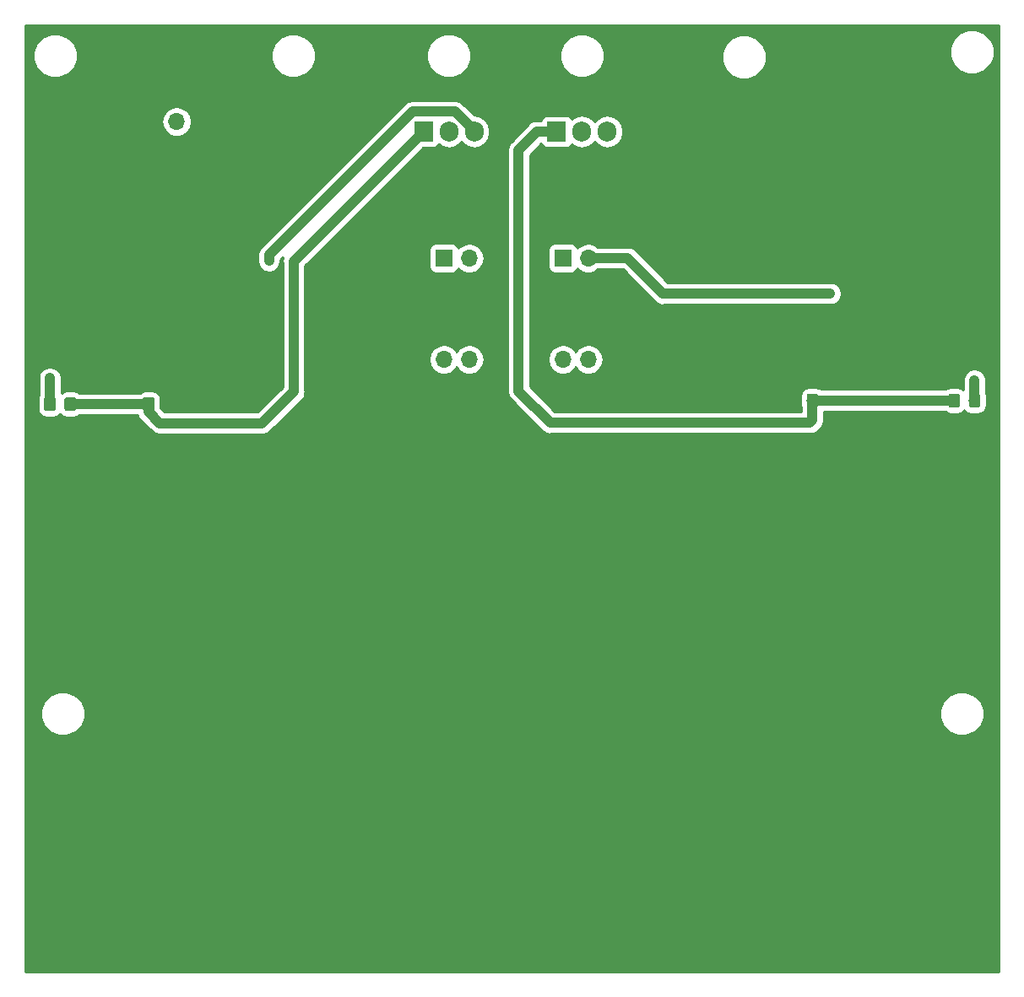
<source format=gbr>
G04 #@! TF.GenerationSoftware,KiCad,Pcbnew,(5.0.0-3-g5ebb6b6)*
G04 #@! TF.CreationDate,2019-01-11T00:48:24+00:00*
G04 #@! TF.ProjectId,AdjustablePSU,41646A75737461626C655053552E6B69,rev?*
G04 #@! TF.SameCoordinates,Original*
G04 #@! TF.FileFunction,Copper,L2,Bot,Signal*
G04 #@! TF.FilePolarity,Positive*
%FSLAX46Y46*%
G04 Gerber Fmt 4.6, Leading zero omitted, Abs format (unit mm)*
G04 Created by KiCad (PCBNEW (5.0.0-3-g5ebb6b6)) date Friday, 11 January 2019 at 00:48:24*
%MOMM*%
%LPD*%
G01*
G04 APERTURE LIST*
G04 #@! TA.AperFunction,ComponentPad*
%ADD10R,1.905000X2.000000*%
G04 #@! TD*
G04 #@! TA.AperFunction,ComponentPad*
%ADD11O,1.905000X2.000000*%
G04 #@! TD*
G04 #@! TA.AperFunction,ComponentPad*
%ADD12R,1.700000X1.700000*%
G04 #@! TD*
G04 #@! TA.AperFunction,ComponentPad*
%ADD13O,1.700000X1.700000*%
G04 #@! TD*
G04 #@! TA.AperFunction,Conductor*
%ADD14C,0.100000*%
G04 #@! TD*
G04 #@! TA.AperFunction,SMDPad,CuDef*
%ADD15C,1.150000*%
G04 #@! TD*
G04 #@! TA.AperFunction,ViaPad*
%ADD16C,0.800000*%
G04 #@! TD*
G04 #@! TA.AperFunction,Conductor*
%ADD17C,1.000000*%
G04 #@! TD*
G04 #@! TA.AperFunction,Conductor*
%ADD18C,0.254000*%
G04 #@! TD*
G04 APERTURE END LIST*
D10*
G04 #@! TO.P,U_POSREG1,1*
G04 #@! TO.N,Net-(R_POSREG1-Pad2)*
X153035000Y-67310000D03*
D11*
G04 #@! TO.P,U_POSREG1,2*
G04 #@! TO.N,/12VDC_POS_REG*
X155575000Y-67310000D03*
G04 #@! TO.P,U_POSREG1,3*
G04 #@! TO.N,/DC_POS_IN*
X158115000Y-67310000D03*
G04 #@! TD*
D12*
G04 #@! TO.P,J_OUT1,1*
G04 #@! TO.N,/12VDC_POS_REG*
X141732000Y-80010000D03*
D13*
G04 #@! TO.P,J_OUT1,2*
X144272000Y-80010000D03*
G04 #@! TO.P,J_OUT1,3*
G04 #@! TO.N,GND*
X141732000Y-82550000D03*
G04 #@! TO.P,J_OUT1,4*
X144272000Y-82550000D03*
G04 #@! TO.P,J_OUT1,5*
X141732000Y-85090000D03*
G04 #@! TO.P,J_OUT1,6*
X144272000Y-85090000D03*
G04 #@! TO.P,J_OUT1,7*
X141732000Y-87630000D03*
G04 #@! TO.P,J_OUT1,8*
X144272000Y-87630000D03*
G04 #@! TO.P,J_OUT1,9*
G04 #@! TO.N,/12VDC_NEG_REG*
X141732000Y-90170000D03*
G04 #@! TO.P,J_OUT1,10*
X144272000Y-90170000D03*
G04 #@! TD*
D11*
G04 #@! TO.P,U_NEGREG1,3*
G04 #@! TO.N,/12VDC_NEG_REG*
X144780000Y-67310000D03*
G04 #@! TO.P,U_NEGREG1,2*
G04 #@! TO.N,/DC_NEG_IN*
X142240000Y-67310000D03*
D10*
G04 #@! TO.P,U_NEGREG1,1*
G04 #@! TO.N,Net-(R_NEGREG1-Pad2)*
X139700000Y-67310000D03*
G04 #@! TD*
D12*
G04 #@! TO.P,J_OUT2,1*
G04 #@! TO.N,/12VDC_POS_REG*
X153670000Y-80010000D03*
D13*
G04 #@! TO.P,J_OUT2,2*
X156210000Y-80010000D03*
G04 #@! TO.P,J_OUT2,3*
G04 #@! TO.N,GND*
X153670000Y-82550000D03*
G04 #@! TO.P,J_OUT2,4*
X156210000Y-82550000D03*
G04 #@! TO.P,J_OUT2,5*
X153670000Y-85090000D03*
G04 #@! TO.P,J_OUT2,6*
X156210000Y-85090000D03*
G04 #@! TO.P,J_OUT2,7*
X153670000Y-87630000D03*
G04 #@! TO.P,J_OUT2,8*
X156210000Y-87630000D03*
G04 #@! TO.P,J_OUT2,9*
G04 #@! TO.N,/12VDC_NEG_REG*
X153670000Y-90170000D03*
G04 #@! TO.P,J_OUT2,10*
X156210000Y-90170000D03*
G04 #@! TD*
D12*
G04 #@! TO.P,J_PWR1,1*
G04 #@! TO.N,GND*
X112395000Y-66294000D03*
D13*
G04 #@! TO.P,J_PWR1,2*
G04 #@! TO.N,/AC_IN*
X114935000Y-66294000D03*
G04 #@! TD*
D14*
G04 #@! TO.N,Net-(R_NEGREG1-Pad2)*
G04 #@! TO.C,R_NEGREG1*
G36*
X104617798Y-93949204D02*
X104642066Y-93952804D01*
X104665865Y-93958765D01*
X104688964Y-93967030D01*
X104711143Y-93977520D01*
X104732186Y-93990132D01*
X104751892Y-94004747D01*
X104770070Y-94021223D01*
X104786546Y-94039401D01*
X104801161Y-94059107D01*
X104813773Y-94080150D01*
X104824263Y-94102329D01*
X104832528Y-94125428D01*
X104838489Y-94149227D01*
X104842089Y-94173495D01*
X104843293Y-94197999D01*
X104843293Y-95098001D01*
X104842089Y-95122505D01*
X104838489Y-95146773D01*
X104832528Y-95170572D01*
X104824263Y-95193671D01*
X104813773Y-95215850D01*
X104801161Y-95236893D01*
X104786546Y-95256599D01*
X104770070Y-95274777D01*
X104751892Y-95291253D01*
X104732186Y-95305868D01*
X104711143Y-95318480D01*
X104688964Y-95328970D01*
X104665865Y-95337235D01*
X104642066Y-95343196D01*
X104617798Y-95346796D01*
X104593294Y-95348000D01*
X103943292Y-95348000D01*
X103918788Y-95346796D01*
X103894520Y-95343196D01*
X103870721Y-95337235D01*
X103847622Y-95328970D01*
X103825443Y-95318480D01*
X103804400Y-95305868D01*
X103784694Y-95291253D01*
X103766516Y-95274777D01*
X103750040Y-95256599D01*
X103735425Y-95236893D01*
X103722813Y-95215850D01*
X103712323Y-95193671D01*
X103704058Y-95170572D01*
X103698097Y-95146773D01*
X103694497Y-95122505D01*
X103693293Y-95098001D01*
X103693293Y-94197999D01*
X103694497Y-94173495D01*
X103698097Y-94149227D01*
X103704058Y-94125428D01*
X103712323Y-94102329D01*
X103722813Y-94080150D01*
X103735425Y-94059107D01*
X103750040Y-94039401D01*
X103766516Y-94021223D01*
X103784694Y-94004747D01*
X103804400Y-93990132D01*
X103825443Y-93977520D01*
X103847622Y-93967030D01*
X103870721Y-93958765D01*
X103894520Y-93952804D01*
X103918788Y-93949204D01*
X103943292Y-93948000D01*
X104593294Y-93948000D01*
X104617798Y-93949204D01*
X104617798Y-93949204D01*
G37*
D15*
G04 #@! TD*
G04 #@! TO.P,R_NEGREG1,2*
G04 #@! TO.N,Net-(R_NEGREG1-Pad2)*
X104268293Y-94648000D03*
D14*
G04 #@! TO.N,/12VDC_NEG_REG*
G04 #@! TO.C,R_NEGREG1*
G36*
X102567798Y-93949204D02*
X102592066Y-93952804D01*
X102615865Y-93958765D01*
X102638964Y-93967030D01*
X102661143Y-93977520D01*
X102682186Y-93990132D01*
X102701892Y-94004747D01*
X102720070Y-94021223D01*
X102736546Y-94039401D01*
X102751161Y-94059107D01*
X102763773Y-94080150D01*
X102774263Y-94102329D01*
X102782528Y-94125428D01*
X102788489Y-94149227D01*
X102792089Y-94173495D01*
X102793293Y-94197999D01*
X102793293Y-95098001D01*
X102792089Y-95122505D01*
X102788489Y-95146773D01*
X102782528Y-95170572D01*
X102774263Y-95193671D01*
X102763773Y-95215850D01*
X102751161Y-95236893D01*
X102736546Y-95256599D01*
X102720070Y-95274777D01*
X102701892Y-95291253D01*
X102682186Y-95305868D01*
X102661143Y-95318480D01*
X102638964Y-95328970D01*
X102615865Y-95337235D01*
X102592066Y-95343196D01*
X102567798Y-95346796D01*
X102543294Y-95348000D01*
X101893292Y-95348000D01*
X101868788Y-95346796D01*
X101844520Y-95343196D01*
X101820721Y-95337235D01*
X101797622Y-95328970D01*
X101775443Y-95318480D01*
X101754400Y-95305868D01*
X101734694Y-95291253D01*
X101716516Y-95274777D01*
X101700040Y-95256599D01*
X101685425Y-95236893D01*
X101672813Y-95215850D01*
X101662323Y-95193671D01*
X101654058Y-95170572D01*
X101648097Y-95146773D01*
X101644497Y-95122505D01*
X101643293Y-95098001D01*
X101643293Y-94197999D01*
X101644497Y-94173495D01*
X101648097Y-94149227D01*
X101654058Y-94125428D01*
X101662323Y-94102329D01*
X101672813Y-94080150D01*
X101685425Y-94059107D01*
X101700040Y-94039401D01*
X101716516Y-94021223D01*
X101734694Y-94004747D01*
X101754400Y-93990132D01*
X101775443Y-93977520D01*
X101797622Y-93967030D01*
X101820721Y-93958765D01*
X101844520Y-93952804D01*
X101868788Y-93949204D01*
X101893292Y-93948000D01*
X102543294Y-93948000D01*
X102567798Y-93949204D01*
X102567798Y-93949204D01*
G37*
D15*
G04 #@! TD*
G04 #@! TO.P,R_NEGREG1,1*
G04 #@! TO.N,/12VDC_NEG_REG*
X102218293Y-94648000D03*
D14*
G04 #@! TO.N,Net-(R_NEGREG1-Pad2)*
G04 #@! TO.C,R_NEGREG2*
G36*
X112473798Y-93949204D02*
X112498066Y-93952804D01*
X112521865Y-93958765D01*
X112544964Y-93967030D01*
X112567143Y-93977520D01*
X112588186Y-93990132D01*
X112607892Y-94004747D01*
X112626070Y-94021223D01*
X112642546Y-94039401D01*
X112657161Y-94059107D01*
X112669773Y-94080150D01*
X112680263Y-94102329D01*
X112688528Y-94125428D01*
X112694489Y-94149227D01*
X112698089Y-94173495D01*
X112699293Y-94197999D01*
X112699293Y-95098001D01*
X112698089Y-95122505D01*
X112694489Y-95146773D01*
X112688528Y-95170572D01*
X112680263Y-95193671D01*
X112669773Y-95215850D01*
X112657161Y-95236893D01*
X112642546Y-95256599D01*
X112626070Y-95274777D01*
X112607892Y-95291253D01*
X112588186Y-95305868D01*
X112567143Y-95318480D01*
X112544964Y-95328970D01*
X112521865Y-95337235D01*
X112498066Y-95343196D01*
X112473798Y-95346796D01*
X112449294Y-95348000D01*
X111799292Y-95348000D01*
X111774788Y-95346796D01*
X111750520Y-95343196D01*
X111726721Y-95337235D01*
X111703622Y-95328970D01*
X111681443Y-95318480D01*
X111660400Y-95305868D01*
X111640694Y-95291253D01*
X111622516Y-95274777D01*
X111606040Y-95256599D01*
X111591425Y-95236893D01*
X111578813Y-95215850D01*
X111568323Y-95193671D01*
X111560058Y-95170572D01*
X111554097Y-95146773D01*
X111550497Y-95122505D01*
X111549293Y-95098001D01*
X111549293Y-94197999D01*
X111550497Y-94173495D01*
X111554097Y-94149227D01*
X111560058Y-94125428D01*
X111568323Y-94102329D01*
X111578813Y-94080150D01*
X111591425Y-94059107D01*
X111606040Y-94039401D01*
X111622516Y-94021223D01*
X111640694Y-94004747D01*
X111660400Y-93990132D01*
X111681443Y-93977520D01*
X111703622Y-93967030D01*
X111726721Y-93958765D01*
X111750520Y-93952804D01*
X111774788Y-93949204D01*
X111799292Y-93948000D01*
X112449294Y-93948000D01*
X112473798Y-93949204D01*
X112473798Y-93949204D01*
G37*
D15*
G04 #@! TD*
G04 #@! TO.P,R_NEGREG2,1*
G04 #@! TO.N,Net-(R_NEGREG1-Pad2)*
X112124293Y-94648000D03*
D14*
G04 #@! TO.N,GND*
G04 #@! TO.C,R_NEGREG2*
G36*
X114523798Y-93949204D02*
X114548066Y-93952804D01*
X114571865Y-93958765D01*
X114594964Y-93967030D01*
X114617143Y-93977520D01*
X114638186Y-93990132D01*
X114657892Y-94004747D01*
X114676070Y-94021223D01*
X114692546Y-94039401D01*
X114707161Y-94059107D01*
X114719773Y-94080150D01*
X114730263Y-94102329D01*
X114738528Y-94125428D01*
X114744489Y-94149227D01*
X114748089Y-94173495D01*
X114749293Y-94197999D01*
X114749293Y-95098001D01*
X114748089Y-95122505D01*
X114744489Y-95146773D01*
X114738528Y-95170572D01*
X114730263Y-95193671D01*
X114719773Y-95215850D01*
X114707161Y-95236893D01*
X114692546Y-95256599D01*
X114676070Y-95274777D01*
X114657892Y-95291253D01*
X114638186Y-95305868D01*
X114617143Y-95318480D01*
X114594964Y-95328970D01*
X114571865Y-95337235D01*
X114548066Y-95343196D01*
X114523798Y-95346796D01*
X114499294Y-95348000D01*
X113849292Y-95348000D01*
X113824788Y-95346796D01*
X113800520Y-95343196D01*
X113776721Y-95337235D01*
X113753622Y-95328970D01*
X113731443Y-95318480D01*
X113710400Y-95305868D01*
X113690694Y-95291253D01*
X113672516Y-95274777D01*
X113656040Y-95256599D01*
X113641425Y-95236893D01*
X113628813Y-95215850D01*
X113618323Y-95193671D01*
X113610058Y-95170572D01*
X113604097Y-95146773D01*
X113600497Y-95122505D01*
X113599293Y-95098001D01*
X113599293Y-94197999D01*
X113600497Y-94173495D01*
X113604097Y-94149227D01*
X113610058Y-94125428D01*
X113618323Y-94102329D01*
X113628813Y-94080150D01*
X113641425Y-94059107D01*
X113656040Y-94039401D01*
X113672516Y-94021223D01*
X113690694Y-94004747D01*
X113710400Y-93990132D01*
X113731443Y-93977520D01*
X113753622Y-93967030D01*
X113776721Y-93958765D01*
X113800520Y-93952804D01*
X113824788Y-93949204D01*
X113849292Y-93948000D01*
X114499294Y-93948000D01*
X114523798Y-93949204D01*
X114523798Y-93949204D01*
G37*
D15*
G04 #@! TD*
G04 #@! TO.P,R_NEGREG2,2*
G04 #@! TO.N,GND*
X114174293Y-94648000D03*
D14*
G04 #@! TO.N,Net-(R_POSREG1-Pad2)*
G04 #@! TO.C,R_POSREG1*
G36*
X193253505Y-93599714D02*
X193277773Y-93603314D01*
X193301572Y-93609275D01*
X193324671Y-93617540D01*
X193346850Y-93628030D01*
X193367893Y-93640642D01*
X193387599Y-93655257D01*
X193405777Y-93671733D01*
X193422253Y-93689911D01*
X193436868Y-93709617D01*
X193449480Y-93730660D01*
X193459970Y-93752839D01*
X193468235Y-93775938D01*
X193474196Y-93799737D01*
X193477796Y-93824005D01*
X193479000Y-93848509D01*
X193479000Y-94748511D01*
X193477796Y-94773015D01*
X193474196Y-94797283D01*
X193468235Y-94821082D01*
X193459970Y-94844181D01*
X193449480Y-94866360D01*
X193436868Y-94887403D01*
X193422253Y-94907109D01*
X193405777Y-94925287D01*
X193387599Y-94941763D01*
X193367893Y-94956378D01*
X193346850Y-94968990D01*
X193324671Y-94979480D01*
X193301572Y-94987745D01*
X193277773Y-94993706D01*
X193253505Y-94997306D01*
X193229001Y-94998510D01*
X192578999Y-94998510D01*
X192554495Y-94997306D01*
X192530227Y-94993706D01*
X192506428Y-94987745D01*
X192483329Y-94979480D01*
X192461150Y-94968990D01*
X192440107Y-94956378D01*
X192420401Y-94941763D01*
X192402223Y-94925287D01*
X192385747Y-94907109D01*
X192371132Y-94887403D01*
X192358520Y-94866360D01*
X192348030Y-94844181D01*
X192339765Y-94821082D01*
X192333804Y-94797283D01*
X192330204Y-94773015D01*
X192329000Y-94748511D01*
X192329000Y-93848509D01*
X192330204Y-93824005D01*
X192333804Y-93799737D01*
X192339765Y-93775938D01*
X192348030Y-93752839D01*
X192358520Y-93730660D01*
X192371132Y-93709617D01*
X192385747Y-93689911D01*
X192402223Y-93671733D01*
X192420401Y-93655257D01*
X192440107Y-93640642D01*
X192461150Y-93628030D01*
X192483329Y-93617540D01*
X192506428Y-93609275D01*
X192530227Y-93603314D01*
X192554495Y-93599714D01*
X192578999Y-93598510D01*
X193229001Y-93598510D01*
X193253505Y-93599714D01*
X193253505Y-93599714D01*
G37*
D15*
G04 #@! TD*
G04 #@! TO.P,R_POSREG1,2*
G04 #@! TO.N,Net-(R_POSREG1-Pad2)*
X192904000Y-94298510D03*
D14*
G04 #@! TO.N,/12VDC_POS_REG*
G04 #@! TO.C,R_POSREG1*
G36*
X195303505Y-93599714D02*
X195327773Y-93603314D01*
X195351572Y-93609275D01*
X195374671Y-93617540D01*
X195396850Y-93628030D01*
X195417893Y-93640642D01*
X195437599Y-93655257D01*
X195455777Y-93671733D01*
X195472253Y-93689911D01*
X195486868Y-93709617D01*
X195499480Y-93730660D01*
X195509970Y-93752839D01*
X195518235Y-93775938D01*
X195524196Y-93799737D01*
X195527796Y-93824005D01*
X195529000Y-93848509D01*
X195529000Y-94748511D01*
X195527796Y-94773015D01*
X195524196Y-94797283D01*
X195518235Y-94821082D01*
X195509970Y-94844181D01*
X195499480Y-94866360D01*
X195486868Y-94887403D01*
X195472253Y-94907109D01*
X195455777Y-94925287D01*
X195437599Y-94941763D01*
X195417893Y-94956378D01*
X195396850Y-94968990D01*
X195374671Y-94979480D01*
X195351572Y-94987745D01*
X195327773Y-94993706D01*
X195303505Y-94997306D01*
X195279001Y-94998510D01*
X194628999Y-94998510D01*
X194604495Y-94997306D01*
X194580227Y-94993706D01*
X194556428Y-94987745D01*
X194533329Y-94979480D01*
X194511150Y-94968990D01*
X194490107Y-94956378D01*
X194470401Y-94941763D01*
X194452223Y-94925287D01*
X194435747Y-94907109D01*
X194421132Y-94887403D01*
X194408520Y-94866360D01*
X194398030Y-94844181D01*
X194389765Y-94821082D01*
X194383804Y-94797283D01*
X194380204Y-94773015D01*
X194379000Y-94748511D01*
X194379000Y-93848509D01*
X194380204Y-93824005D01*
X194383804Y-93799737D01*
X194389765Y-93775938D01*
X194398030Y-93752839D01*
X194408520Y-93730660D01*
X194421132Y-93709617D01*
X194435747Y-93689911D01*
X194452223Y-93671733D01*
X194470401Y-93655257D01*
X194490107Y-93640642D01*
X194511150Y-93628030D01*
X194533329Y-93617540D01*
X194556428Y-93609275D01*
X194580227Y-93603314D01*
X194604495Y-93599714D01*
X194628999Y-93598510D01*
X195279001Y-93598510D01*
X195303505Y-93599714D01*
X195303505Y-93599714D01*
G37*
D15*
G04 #@! TD*
G04 #@! TO.P,R_POSREG1,1*
G04 #@! TO.N,/12VDC_POS_REG*
X194954000Y-94298510D03*
D14*
G04 #@! TO.N,Net-(R_POSREG1-Pad2)*
G04 #@! TO.C,R_POSREG2*
G36*
X179047505Y-93599714D02*
X179071773Y-93603314D01*
X179095572Y-93609275D01*
X179118671Y-93617540D01*
X179140850Y-93628030D01*
X179161893Y-93640642D01*
X179181599Y-93655257D01*
X179199777Y-93671733D01*
X179216253Y-93689911D01*
X179230868Y-93709617D01*
X179243480Y-93730660D01*
X179253970Y-93752839D01*
X179262235Y-93775938D01*
X179268196Y-93799737D01*
X179271796Y-93824005D01*
X179273000Y-93848509D01*
X179273000Y-94748511D01*
X179271796Y-94773015D01*
X179268196Y-94797283D01*
X179262235Y-94821082D01*
X179253970Y-94844181D01*
X179243480Y-94866360D01*
X179230868Y-94887403D01*
X179216253Y-94907109D01*
X179199777Y-94925287D01*
X179181599Y-94941763D01*
X179161893Y-94956378D01*
X179140850Y-94968990D01*
X179118671Y-94979480D01*
X179095572Y-94987745D01*
X179071773Y-94993706D01*
X179047505Y-94997306D01*
X179023001Y-94998510D01*
X178372999Y-94998510D01*
X178348495Y-94997306D01*
X178324227Y-94993706D01*
X178300428Y-94987745D01*
X178277329Y-94979480D01*
X178255150Y-94968990D01*
X178234107Y-94956378D01*
X178214401Y-94941763D01*
X178196223Y-94925287D01*
X178179747Y-94907109D01*
X178165132Y-94887403D01*
X178152520Y-94866360D01*
X178142030Y-94844181D01*
X178133765Y-94821082D01*
X178127804Y-94797283D01*
X178124204Y-94773015D01*
X178123000Y-94748511D01*
X178123000Y-93848509D01*
X178124204Y-93824005D01*
X178127804Y-93799737D01*
X178133765Y-93775938D01*
X178142030Y-93752839D01*
X178152520Y-93730660D01*
X178165132Y-93709617D01*
X178179747Y-93689911D01*
X178196223Y-93671733D01*
X178214401Y-93655257D01*
X178234107Y-93640642D01*
X178255150Y-93628030D01*
X178277329Y-93617540D01*
X178300428Y-93609275D01*
X178324227Y-93603314D01*
X178348495Y-93599714D01*
X178372999Y-93598510D01*
X179023001Y-93598510D01*
X179047505Y-93599714D01*
X179047505Y-93599714D01*
G37*
D15*
G04 #@! TD*
G04 #@! TO.P,R_POSREG2,1*
G04 #@! TO.N,Net-(R_POSREG1-Pad2)*
X178698000Y-94298510D03*
D14*
G04 #@! TO.N,GND*
G04 #@! TO.C,R_POSREG2*
G36*
X176997505Y-93599714D02*
X177021773Y-93603314D01*
X177045572Y-93609275D01*
X177068671Y-93617540D01*
X177090850Y-93628030D01*
X177111893Y-93640642D01*
X177131599Y-93655257D01*
X177149777Y-93671733D01*
X177166253Y-93689911D01*
X177180868Y-93709617D01*
X177193480Y-93730660D01*
X177203970Y-93752839D01*
X177212235Y-93775938D01*
X177218196Y-93799737D01*
X177221796Y-93824005D01*
X177223000Y-93848509D01*
X177223000Y-94748511D01*
X177221796Y-94773015D01*
X177218196Y-94797283D01*
X177212235Y-94821082D01*
X177203970Y-94844181D01*
X177193480Y-94866360D01*
X177180868Y-94887403D01*
X177166253Y-94907109D01*
X177149777Y-94925287D01*
X177131599Y-94941763D01*
X177111893Y-94956378D01*
X177090850Y-94968990D01*
X177068671Y-94979480D01*
X177045572Y-94987745D01*
X177021773Y-94993706D01*
X176997505Y-94997306D01*
X176973001Y-94998510D01*
X176322999Y-94998510D01*
X176298495Y-94997306D01*
X176274227Y-94993706D01*
X176250428Y-94987745D01*
X176227329Y-94979480D01*
X176205150Y-94968990D01*
X176184107Y-94956378D01*
X176164401Y-94941763D01*
X176146223Y-94925287D01*
X176129747Y-94907109D01*
X176115132Y-94887403D01*
X176102520Y-94866360D01*
X176092030Y-94844181D01*
X176083765Y-94821082D01*
X176077804Y-94797283D01*
X176074204Y-94773015D01*
X176073000Y-94748511D01*
X176073000Y-93848509D01*
X176074204Y-93824005D01*
X176077804Y-93799737D01*
X176083765Y-93775938D01*
X176092030Y-93752839D01*
X176102520Y-93730660D01*
X176115132Y-93709617D01*
X176129747Y-93689911D01*
X176146223Y-93671733D01*
X176164401Y-93655257D01*
X176184107Y-93640642D01*
X176205150Y-93628030D01*
X176227329Y-93617540D01*
X176250428Y-93609275D01*
X176274227Y-93603314D01*
X176298495Y-93599714D01*
X176322999Y-93598510D01*
X176973001Y-93598510D01*
X176997505Y-93599714D01*
X176997505Y-93599714D01*
G37*
D15*
G04 #@! TD*
G04 #@! TO.P,R_POSREG2,2*
G04 #@! TO.N,GND*
X176648000Y-94298510D03*
D16*
G04 #@! TO.N,GND*
X117856000Y-88773000D03*
X191135000Y-71501000D03*
X183007000Y-71755000D03*
X179324000Y-88963500D03*
X105410000Y-71882000D03*
X115570000Y-98086000D03*
X137795000Y-98086000D03*
X108839000Y-146431000D03*
X131464000Y-146704000D03*
X160020000Y-98086000D03*
X181610000Y-98086000D03*
X188068000Y-146704000D03*
X167113000Y-146704000D03*
G04 #@! TO.N,/12VDC_NEG_REG*
X102226000Y-92066000D03*
X124205998Y-80264000D03*
G04 #@! TO.N,/12VDC_POS_REG*
X194945000Y-92265500D03*
X180467000Y-83565998D03*
G04 #@! TD*
D17*
G04 #@! TO.N,/12VDC_NEG_REG*
X102226000Y-94640293D02*
X102218293Y-94648000D01*
X102226000Y-92066000D02*
X102226000Y-94640293D01*
X144780000Y-67262500D02*
X142827500Y-65310000D01*
X144780000Y-67310000D02*
X144780000Y-67262500D01*
X142827500Y-65310000D02*
X138594313Y-65310000D01*
X138594313Y-65310000D02*
X124205998Y-79698315D01*
X124205998Y-79698315D02*
X124205998Y-80264000D01*
G04 #@! TO.N,/12VDC_POS_REG*
X194945000Y-94289510D02*
X194954000Y-94298510D01*
X194945000Y-92265500D02*
X194945000Y-94289510D01*
X179901315Y-83565998D02*
X180467000Y-83565998D01*
X163702998Y-83565998D02*
X179901315Y-83565998D01*
X160147000Y-80010000D02*
X163702998Y-83565998D01*
X156210000Y-80010000D02*
X160147000Y-80010000D01*
G04 #@! TO.N,Net-(R_NEGREG1-Pad2)*
X123507500Y-96583500D02*
X126682500Y-93408500D01*
X126682500Y-80327500D02*
X139700000Y-67310000D01*
X126682500Y-93408500D02*
X126682500Y-80327500D01*
X113259793Y-96583500D02*
X123507500Y-96583500D01*
X112124293Y-95448000D02*
X113259793Y-96583500D01*
X112124293Y-94648000D02*
X112124293Y-95448000D01*
X104173000Y-94648000D02*
X112124293Y-94648000D01*
X104140000Y-94615000D02*
X104173000Y-94648000D01*
G04 #@! TO.N,Net-(R_POSREG1-Pad2)*
X178698000Y-94298510D02*
X192904000Y-94298510D01*
X178435000Y-96520000D02*
X178698000Y-96257000D01*
X153035000Y-67310000D02*
X151082500Y-67310000D01*
X151082500Y-67310000D02*
X149225000Y-69167500D01*
X152400000Y-96520000D02*
X178435000Y-96520000D01*
X149225000Y-93345000D02*
X152400000Y-96520000D01*
X178698000Y-96257000D02*
X178698000Y-94298510D01*
X149225000Y-69167500D02*
X149225000Y-93345000D01*
G04 #@! TD*
D18*
G04 #@! TO.N,GND*
G36*
X197385001Y-151665000D02*
X99795000Y-151665000D01*
X99795000Y-125285431D01*
X101270000Y-125285431D01*
X101270000Y-126174569D01*
X101610259Y-126996026D01*
X102238974Y-127624741D01*
X103060431Y-127965000D01*
X103949569Y-127965000D01*
X104771026Y-127624741D01*
X105399741Y-126996026D01*
X105740000Y-126174569D01*
X105740000Y-125285431D01*
X191440000Y-125285431D01*
X191440000Y-126174569D01*
X191780259Y-126996026D01*
X192408974Y-127624741D01*
X193230431Y-127965000D01*
X194119569Y-127965000D01*
X194941026Y-127624741D01*
X195569741Y-126996026D01*
X195910000Y-126174569D01*
X195910000Y-125285431D01*
X195569741Y-124463974D01*
X194941026Y-123835259D01*
X194119569Y-123495000D01*
X193230431Y-123495000D01*
X192408974Y-123835259D01*
X191780259Y-124463974D01*
X191440000Y-125285431D01*
X105740000Y-125285431D01*
X105399741Y-124463974D01*
X104771026Y-123835259D01*
X103949569Y-123495000D01*
X103060431Y-123495000D01*
X102238974Y-123835259D01*
X101610259Y-124463974D01*
X101270000Y-125285431D01*
X99795000Y-125285431D01*
X99795000Y-94197999D01*
X100995853Y-94197999D01*
X100995853Y-95098001D01*
X101064166Y-95441436D01*
X101258707Y-95732586D01*
X101549857Y-95927127D01*
X101893292Y-95995440D01*
X102543294Y-95995440D01*
X102886729Y-95927127D01*
X103177879Y-95732586D01*
X103243293Y-95634687D01*
X103308707Y-95732586D01*
X103599857Y-95927127D01*
X103943292Y-95995440D01*
X104593294Y-95995440D01*
X104936729Y-95927127D01*
X105152429Y-95783000D01*
X111033693Y-95783000D01*
X111055147Y-95890855D01*
X111306005Y-96266289D01*
X111400772Y-96329610D01*
X112378184Y-97307023D01*
X112441504Y-97401789D01*
X112536268Y-97465108D01*
X112536269Y-97465109D01*
X112816938Y-97652646D01*
X113259793Y-97740735D01*
X113371576Y-97718500D01*
X123395717Y-97718500D01*
X123507500Y-97740735D01*
X123619283Y-97718500D01*
X123950355Y-97652646D01*
X124325789Y-97401789D01*
X124389113Y-97307018D01*
X127406021Y-94290110D01*
X127500789Y-94226789D01*
X127751646Y-93851355D01*
X127806619Y-93574987D01*
X127839735Y-93408501D01*
X127817500Y-93296718D01*
X127817500Y-90170000D01*
X140217908Y-90170000D01*
X140333161Y-90749418D01*
X140661375Y-91240625D01*
X141152582Y-91568839D01*
X141585744Y-91655000D01*
X141878256Y-91655000D01*
X142311418Y-91568839D01*
X142802625Y-91240625D01*
X143002000Y-90942239D01*
X143201375Y-91240625D01*
X143692582Y-91568839D01*
X144125744Y-91655000D01*
X144418256Y-91655000D01*
X144851418Y-91568839D01*
X145342625Y-91240625D01*
X145670839Y-90749418D01*
X145786092Y-90170000D01*
X145670839Y-89590582D01*
X145342625Y-89099375D01*
X144851418Y-88771161D01*
X144418256Y-88685000D01*
X144125744Y-88685000D01*
X143692582Y-88771161D01*
X143201375Y-89099375D01*
X143002000Y-89397761D01*
X142802625Y-89099375D01*
X142311418Y-88771161D01*
X141878256Y-88685000D01*
X141585744Y-88685000D01*
X141152582Y-88771161D01*
X140661375Y-89099375D01*
X140333161Y-89590582D01*
X140217908Y-90170000D01*
X127817500Y-90170000D01*
X127817500Y-80797631D01*
X129455131Y-79160000D01*
X140234560Y-79160000D01*
X140234560Y-80860000D01*
X140283843Y-81107765D01*
X140424191Y-81317809D01*
X140634235Y-81458157D01*
X140882000Y-81507440D01*
X142582000Y-81507440D01*
X142829765Y-81458157D01*
X143039809Y-81317809D01*
X143180157Y-81107765D01*
X143189184Y-81062381D01*
X143201375Y-81080625D01*
X143692582Y-81408839D01*
X144125744Y-81495000D01*
X144418256Y-81495000D01*
X144851418Y-81408839D01*
X145342625Y-81080625D01*
X145670839Y-80589418D01*
X145786092Y-80010000D01*
X145670839Y-79430582D01*
X145342625Y-78939375D01*
X144851418Y-78611161D01*
X144418256Y-78525000D01*
X144125744Y-78525000D01*
X143692582Y-78611161D01*
X143201375Y-78939375D01*
X143189184Y-78957619D01*
X143180157Y-78912235D01*
X143039809Y-78702191D01*
X142829765Y-78561843D01*
X142582000Y-78512560D01*
X140882000Y-78512560D01*
X140634235Y-78561843D01*
X140424191Y-78702191D01*
X140283843Y-78912235D01*
X140234560Y-79160000D01*
X129455131Y-79160000D01*
X139447631Y-69167500D01*
X148067765Y-69167500D01*
X148090000Y-69279283D01*
X148090001Y-93233212D01*
X148067765Y-93345000D01*
X148155854Y-93787854D01*
X148201158Y-93855656D01*
X148406712Y-94163289D01*
X148501480Y-94226611D01*
X151518389Y-97243521D01*
X151581711Y-97338289D01*
X151771511Y-97465109D01*
X151957145Y-97589146D01*
X152399999Y-97677235D01*
X152511782Y-97655000D01*
X178323217Y-97655000D01*
X178435000Y-97677235D01*
X178546783Y-97655000D01*
X178877855Y-97589146D01*
X179253289Y-97338289D01*
X179316613Y-97243518D01*
X179421519Y-97138612D01*
X179516289Y-97075289D01*
X179767146Y-96699855D01*
X179833000Y-96368783D01*
X179833000Y-96368782D01*
X179855235Y-96257001D01*
X179833000Y-96145218D01*
X179833000Y-95433510D01*
X192019864Y-95433510D01*
X192235564Y-95577637D01*
X192578999Y-95645950D01*
X193229001Y-95645950D01*
X193572436Y-95577637D01*
X193863586Y-95383096D01*
X193929000Y-95285197D01*
X193994414Y-95383096D01*
X194285564Y-95577637D01*
X194628999Y-95645950D01*
X195279001Y-95645950D01*
X195622436Y-95577637D01*
X195913586Y-95383096D01*
X196108127Y-95091946D01*
X196176440Y-94748511D01*
X196176440Y-93848509D01*
X196108127Y-93505074D01*
X196080000Y-93462979D01*
X196080000Y-92153717D01*
X196014146Y-91822645D01*
X195763289Y-91447211D01*
X195387854Y-91196354D01*
X194945000Y-91108265D01*
X194502145Y-91196354D01*
X194126711Y-91447211D01*
X193875854Y-91822646D01*
X193810000Y-92153718D01*
X193810000Y-93178119D01*
X193572436Y-93019383D01*
X193229001Y-92951070D01*
X192578999Y-92951070D01*
X192235564Y-93019383D01*
X192019864Y-93163510D01*
X179582136Y-93163510D01*
X179366436Y-93019383D01*
X179023001Y-92951070D01*
X178372999Y-92951070D01*
X178029564Y-93019383D01*
X177738414Y-93213924D01*
X177543873Y-93505074D01*
X177475560Y-93848509D01*
X177475560Y-94748511D01*
X177543873Y-95091946D01*
X177563001Y-95120572D01*
X177563000Y-95385000D01*
X152870132Y-95385000D01*
X150360000Y-92874869D01*
X150360000Y-90170000D01*
X152155908Y-90170000D01*
X152271161Y-90749418D01*
X152599375Y-91240625D01*
X153090582Y-91568839D01*
X153523744Y-91655000D01*
X153816256Y-91655000D01*
X154249418Y-91568839D01*
X154740625Y-91240625D01*
X154940000Y-90942239D01*
X155139375Y-91240625D01*
X155630582Y-91568839D01*
X156063744Y-91655000D01*
X156356256Y-91655000D01*
X156789418Y-91568839D01*
X157280625Y-91240625D01*
X157608839Y-90749418D01*
X157724092Y-90170000D01*
X157608839Y-89590582D01*
X157280625Y-89099375D01*
X156789418Y-88771161D01*
X156356256Y-88685000D01*
X156063744Y-88685000D01*
X155630582Y-88771161D01*
X155139375Y-89099375D01*
X154940000Y-89397761D01*
X154740625Y-89099375D01*
X154249418Y-88771161D01*
X153816256Y-88685000D01*
X153523744Y-88685000D01*
X153090582Y-88771161D01*
X152599375Y-89099375D01*
X152271161Y-89590582D01*
X152155908Y-90170000D01*
X150360000Y-90170000D01*
X150360000Y-79160000D01*
X152172560Y-79160000D01*
X152172560Y-80860000D01*
X152221843Y-81107765D01*
X152362191Y-81317809D01*
X152572235Y-81458157D01*
X152820000Y-81507440D01*
X154520000Y-81507440D01*
X154767765Y-81458157D01*
X154977809Y-81317809D01*
X155118157Y-81107765D01*
X155127184Y-81062381D01*
X155139375Y-81080625D01*
X155630582Y-81408839D01*
X156063744Y-81495000D01*
X156356256Y-81495000D01*
X156789418Y-81408839D01*
X157184281Y-81145000D01*
X159676869Y-81145000D01*
X162821387Y-84289519D01*
X162884709Y-84384287D01*
X163209040Y-84600998D01*
X163260143Y-84635144D01*
X163702998Y-84723233D01*
X163814781Y-84700998D01*
X180578783Y-84700998D01*
X180909855Y-84635144D01*
X181285289Y-84384287D01*
X181536146Y-84008853D01*
X181624235Y-83565998D01*
X181536146Y-83123143D01*
X181285289Y-82747709D01*
X180909855Y-82496852D01*
X180578783Y-82430998D01*
X164173130Y-82430998D01*
X161028613Y-79286482D01*
X160965289Y-79191711D01*
X160589855Y-78940854D01*
X160258783Y-78875000D01*
X160147000Y-78852765D01*
X160035217Y-78875000D01*
X157184281Y-78875000D01*
X156789418Y-78611161D01*
X156356256Y-78525000D01*
X156063744Y-78525000D01*
X155630582Y-78611161D01*
X155139375Y-78939375D01*
X155127184Y-78957619D01*
X155118157Y-78912235D01*
X154977809Y-78702191D01*
X154767765Y-78561843D01*
X154520000Y-78512560D01*
X152820000Y-78512560D01*
X152572235Y-78561843D01*
X152362191Y-78702191D01*
X152221843Y-78912235D01*
X152172560Y-79160000D01*
X150360000Y-79160000D01*
X150360000Y-69637631D01*
X151476964Y-68520668D01*
X151484343Y-68557765D01*
X151624691Y-68767809D01*
X151834735Y-68908157D01*
X152082500Y-68957440D01*
X153987500Y-68957440D01*
X154235265Y-68908157D01*
X154445309Y-68767809D01*
X154563509Y-68590912D01*
X154955590Y-68852891D01*
X155575000Y-68976100D01*
X156194411Y-68852891D01*
X156719523Y-68502023D01*
X156845000Y-68314233D01*
X156970477Y-68502023D01*
X157495590Y-68852891D01*
X158115000Y-68976100D01*
X158734411Y-68852891D01*
X159259523Y-68502023D01*
X159610391Y-67976910D01*
X159702500Y-67513849D01*
X159702500Y-67106150D01*
X159610391Y-66643089D01*
X159259523Y-66117977D01*
X158734410Y-65767109D01*
X158115000Y-65643900D01*
X157495589Y-65767109D01*
X156970477Y-66117977D01*
X156845000Y-66305767D01*
X156719523Y-66117977D01*
X156194410Y-65767109D01*
X155575000Y-65643900D01*
X154955589Y-65767109D01*
X154563509Y-66029088D01*
X154445309Y-65852191D01*
X154235265Y-65711843D01*
X153987500Y-65662560D01*
X152082500Y-65662560D01*
X151834735Y-65711843D01*
X151624691Y-65852191D01*
X151484343Y-66062235D01*
X151461913Y-66175000D01*
X151194283Y-66175000D01*
X151082500Y-66152765D01*
X150970717Y-66175000D01*
X150639645Y-66240854D01*
X150264211Y-66491711D01*
X150200889Y-66586479D01*
X148501482Y-68285887D01*
X148406711Y-68349211D01*
X148155855Y-68724645D01*
X148155854Y-68724646D01*
X148067765Y-69167500D01*
X139447631Y-69167500D01*
X139657692Y-68957440D01*
X140652500Y-68957440D01*
X140900265Y-68908157D01*
X141110309Y-68767809D01*
X141228509Y-68590912D01*
X141620590Y-68852891D01*
X142240000Y-68976100D01*
X142859411Y-68852891D01*
X143384523Y-68502023D01*
X143510000Y-68314233D01*
X143635477Y-68502023D01*
X144160590Y-68852891D01*
X144780000Y-68976100D01*
X145399411Y-68852891D01*
X145924523Y-68502023D01*
X146275391Y-67976910D01*
X146367500Y-67513849D01*
X146367500Y-67106150D01*
X146275391Y-66643089D01*
X145924523Y-66117977D01*
X145399410Y-65767109D01*
X144780000Y-65643900D01*
X144768766Y-65646135D01*
X143709113Y-64586482D01*
X143645789Y-64491711D01*
X143270355Y-64240854D01*
X142939283Y-64175000D01*
X142827500Y-64152765D01*
X142715717Y-64175000D01*
X138706095Y-64175000D01*
X138594312Y-64152765D01*
X138151458Y-64240854D01*
X137776024Y-64491711D01*
X137712702Y-64586479D01*
X123482480Y-78816702D01*
X123387709Y-78880026D01*
X123179448Y-79191712D01*
X123136852Y-79255461D01*
X123048763Y-79698315D01*
X123070998Y-79810098D01*
X123070998Y-80375783D01*
X123136852Y-80706855D01*
X123387710Y-81082289D01*
X123763144Y-81333146D01*
X124205998Y-81421235D01*
X124648853Y-81333146D01*
X125024287Y-81082289D01*
X125275144Y-80706854D01*
X125340998Y-80375782D01*
X125340998Y-80168446D01*
X125610512Y-79898932D01*
X125525265Y-80327500D01*
X125547501Y-80439288D01*
X125547500Y-92938368D01*
X123037369Y-95448500D01*
X113729925Y-95448500D01*
X113346733Y-95065308D01*
X113346733Y-94197999D01*
X113278420Y-93854564D01*
X113083879Y-93563414D01*
X112792729Y-93368873D01*
X112449294Y-93300560D01*
X111799292Y-93300560D01*
X111455857Y-93368873D01*
X111240157Y-93513000D01*
X105152429Y-93513000D01*
X104936729Y-93368873D01*
X104593294Y-93300560D01*
X103943292Y-93300560D01*
X103599857Y-93368873D01*
X103361000Y-93528473D01*
X103361000Y-91954217D01*
X103295146Y-91623145D01*
X103044289Y-91247711D01*
X102668854Y-90996854D01*
X102226000Y-90908765D01*
X101783145Y-90996854D01*
X101407711Y-91247711D01*
X101156854Y-91623146D01*
X101091000Y-91954218D01*
X101091001Y-93814403D01*
X101064166Y-93854564D01*
X100995853Y-94197999D01*
X99795000Y-94197999D01*
X99795000Y-66294000D01*
X113420908Y-66294000D01*
X113536161Y-66873418D01*
X113864375Y-67364625D01*
X114355582Y-67692839D01*
X114788744Y-67779000D01*
X115081256Y-67779000D01*
X115514418Y-67692839D01*
X116005625Y-67364625D01*
X116333839Y-66873418D01*
X116449092Y-66294000D01*
X116333839Y-65714582D01*
X116005625Y-65223375D01*
X115514418Y-64895161D01*
X115081256Y-64809000D01*
X114788744Y-64809000D01*
X114355582Y-64895161D01*
X113864375Y-65223375D01*
X113536161Y-65714582D01*
X113420908Y-66294000D01*
X99795000Y-66294000D01*
X99795000Y-59245431D01*
X100508000Y-59245431D01*
X100508000Y-60134569D01*
X100848259Y-60956026D01*
X101476974Y-61584741D01*
X102298431Y-61925000D01*
X103187569Y-61925000D01*
X104009026Y-61584741D01*
X104637741Y-60956026D01*
X104978000Y-60134569D01*
X104978000Y-59245431D01*
X124384000Y-59245431D01*
X124384000Y-60134569D01*
X124724259Y-60956026D01*
X125352974Y-61584741D01*
X126174431Y-61925000D01*
X127063569Y-61925000D01*
X127885026Y-61584741D01*
X128513741Y-60956026D01*
X128854000Y-60134569D01*
X128854000Y-59245431D01*
X140005000Y-59245431D01*
X140005000Y-60134569D01*
X140345259Y-60956026D01*
X140973974Y-61584741D01*
X141795431Y-61925000D01*
X142684569Y-61925000D01*
X143506026Y-61584741D01*
X144134741Y-60956026D01*
X144475000Y-60134569D01*
X144475000Y-59245431D01*
X153340000Y-59245431D01*
X153340000Y-60134569D01*
X153680259Y-60956026D01*
X154308974Y-61584741D01*
X155130431Y-61925000D01*
X156019569Y-61925000D01*
X156841026Y-61584741D01*
X157469741Y-60956026D01*
X157810000Y-60134569D01*
X157810000Y-59372431D01*
X169596000Y-59372431D01*
X169596000Y-60261569D01*
X169936259Y-61083026D01*
X170564974Y-61711741D01*
X171386431Y-62052000D01*
X172275569Y-62052000D01*
X173097026Y-61711741D01*
X173725741Y-61083026D01*
X174066000Y-60261569D01*
X174066000Y-59372431D01*
X173855580Y-58864431D01*
X192456000Y-58864431D01*
X192456000Y-59753569D01*
X192796259Y-60575026D01*
X193424974Y-61203741D01*
X194246431Y-61544000D01*
X195135569Y-61544000D01*
X195957026Y-61203741D01*
X196585741Y-60575026D01*
X196926000Y-59753569D01*
X196926000Y-58864431D01*
X196585741Y-58042974D01*
X195957026Y-57414259D01*
X195135569Y-57074000D01*
X194246431Y-57074000D01*
X193424974Y-57414259D01*
X192796259Y-58042974D01*
X192456000Y-58864431D01*
X173855580Y-58864431D01*
X173725741Y-58550974D01*
X173097026Y-57922259D01*
X172275569Y-57582000D01*
X171386431Y-57582000D01*
X170564974Y-57922259D01*
X169936259Y-58550974D01*
X169596000Y-59372431D01*
X157810000Y-59372431D01*
X157810000Y-59245431D01*
X157469741Y-58423974D01*
X156841026Y-57795259D01*
X156019569Y-57455000D01*
X155130431Y-57455000D01*
X154308974Y-57795259D01*
X153680259Y-58423974D01*
X153340000Y-59245431D01*
X144475000Y-59245431D01*
X144134741Y-58423974D01*
X143506026Y-57795259D01*
X142684569Y-57455000D01*
X141795431Y-57455000D01*
X140973974Y-57795259D01*
X140345259Y-58423974D01*
X140005000Y-59245431D01*
X128854000Y-59245431D01*
X128513741Y-58423974D01*
X127885026Y-57795259D01*
X127063569Y-57455000D01*
X126174431Y-57455000D01*
X125352974Y-57795259D01*
X124724259Y-58423974D01*
X124384000Y-59245431D01*
X104978000Y-59245431D01*
X104637741Y-58423974D01*
X104009026Y-57795259D01*
X103187569Y-57455000D01*
X102298431Y-57455000D01*
X101476974Y-57795259D01*
X100848259Y-58423974D01*
X100508000Y-59245431D01*
X99795000Y-59245431D01*
X99795000Y-56615000D01*
X197385000Y-56615000D01*
X197385001Y-151665000D01*
X197385001Y-151665000D01*
G37*
X197385001Y-151665000D02*
X99795000Y-151665000D01*
X99795000Y-125285431D01*
X101270000Y-125285431D01*
X101270000Y-126174569D01*
X101610259Y-126996026D01*
X102238974Y-127624741D01*
X103060431Y-127965000D01*
X103949569Y-127965000D01*
X104771026Y-127624741D01*
X105399741Y-126996026D01*
X105740000Y-126174569D01*
X105740000Y-125285431D01*
X191440000Y-125285431D01*
X191440000Y-126174569D01*
X191780259Y-126996026D01*
X192408974Y-127624741D01*
X193230431Y-127965000D01*
X194119569Y-127965000D01*
X194941026Y-127624741D01*
X195569741Y-126996026D01*
X195910000Y-126174569D01*
X195910000Y-125285431D01*
X195569741Y-124463974D01*
X194941026Y-123835259D01*
X194119569Y-123495000D01*
X193230431Y-123495000D01*
X192408974Y-123835259D01*
X191780259Y-124463974D01*
X191440000Y-125285431D01*
X105740000Y-125285431D01*
X105399741Y-124463974D01*
X104771026Y-123835259D01*
X103949569Y-123495000D01*
X103060431Y-123495000D01*
X102238974Y-123835259D01*
X101610259Y-124463974D01*
X101270000Y-125285431D01*
X99795000Y-125285431D01*
X99795000Y-94197999D01*
X100995853Y-94197999D01*
X100995853Y-95098001D01*
X101064166Y-95441436D01*
X101258707Y-95732586D01*
X101549857Y-95927127D01*
X101893292Y-95995440D01*
X102543294Y-95995440D01*
X102886729Y-95927127D01*
X103177879Y-95732586D01*
X103243293Y-95634687D01*
X103308707Y-95732586D01*
X103599857Y-95927127D01*
X103943292Y-95995440D01*
X104593294Y-95995440D01*
X104936729Y-95927127D01*
X105152429Y-95783000D01*
X111033693Y-95783000D01*
X111055147Y-95890855D01*
X111306005Y-96266289D01*
X111400772Y-96329610D01*
X112378184Y-97307023D01*
X112441504Y-97401789D01*
X112536268Y-97465108D01*
X112536269Y-97465109D01*
X112816938Y-97652646D01*
X113259793Y-97740735D01*
X113371576Y-97718500D01*
X123395717Y-97718500D01*
X123507500Y-97740735D01*
X123619283Y-97718500D01*
X123950355Y-97652646D01*
X124325789Y-97401789D01*
X124389113Y-97307018D01*
X127406021Y-94290110D01*
X127500789Y-94226789D01*
X127751646Y-93851355D01*
X127806619Y-93574987D01*
X127839735Y-93408501D01*
X127817500Y-93296718D01*
X127817500Y-90170000D01*
X140217908Y-90170000D01*
X140333161Y-90749418D01*
X140661375Y-91240625D01*
X141152582Y-91568839D01*
X141585744Y-91655000D01*
X141878256Y-91655000D01*
X142311418Y-91568839D01*
X142802625Y-91240625D01*
X143002000Y-90942239D01*
X143201375Y-91240625D01*
X143692582Y-91568839D01*
X144125744Y-91655000D01*
X144418256Y-91655000D01*
X144851418Y-91568839D01*
X145342625Y-91240625D01*
X145670839Y-90749418D01*
X145786092Y-90170000D01*
X145670839Y-89590582D01*
X145342625Y-89099375D01*
X144851418Y-88771161D01*
X144418256Y-88685000D01*
X144125744Y-88685000D01*
X143692582Y-88771161D01*
X143201375Y-89099375D01*
X143002000Y-89397761D01*
X142802625Y-89099375D01*
X142311418Y-88771161D01*
X141878256Y-88685000D01*
X141585744Y-88685000D01*
X141152582Y-88771161D01*
X140661375Y-89099375D01*
X140333161Y-89590582D01*
X140217908Y-90170000D01*
X127817500Y-90170000D01*
X127817500Y-80797631D01*
X129455131Y-79160000D01*
X140234560Y-79160000D01*
X140234560Y-80860000D01*
X140283843Y-81107765D01*
X140424191Y-81317809D01*
X140634235Y-81458157D01*
X140882000Y-81507440D01*
X142582000Y-81507440D01*
X142829765Y-81458157D01*
X143039809Y-81317809D01*
X143180157Y-81107765D01*
X143189184Y-81062381D01*
X143201375Y-81080625D01*
X143692582Y-81408839D01*
X144125744Y-81495000D01*
X144418256Y-81495000D01*
X144851418Y-81408839D01*
X145342625Y-81080625D01*
X145670839Y-80589418D01*
X145786092Y-80010000D01*
X145670839Y-79430582D01*
X145342625Y-78939375D01*
X144851418Y-78611161D01*
X144418256Y-78525000D01*
X144125744Y-78525000D01*
X143692582Y-78611161D01*
X143201375Y-78939375D01*
X143189184Y-78957619D01*
X143180157Y-78912235D01*
X143039809Y-78702191D01*
X142829765Y-78561843D01*
X142582000Y-78512560D01*
X140882000Y-78512560D01*
X140634235Y-78561843D01*
X140424191Y-78702191D01*
X140283843Y-78912235D01*
X140234560Y-79160000D01*
X129455131Y-79160000D01*
X139447631Y-69167500D01*
X148067765Y-69167500D01*
X148090000Y-69279283D01*
X148090001Y-93233212D01*
X148067765Y-93345000D01*
X148155854Y-93787854D01*
X148201158Y-93855656D01*
X148406712Y-94163289D01*
X148501480Y-94226611D01*
X151518389Y-97243521D01*
X151581711Y-97338289D01*
X151771511Y-97465109D01*
X151957145Y-97589146D01*
X152399999Y-97677235D01*
X152511782Y-97655000D01*
X178323217Y-97655000D01*
X178435000Y-97677235D01*
X178546783Y-97655000D01*
X178877855Y-97589146D01*
X179253289Y-97338289D01*
X179316613Y-97243518D01*
X179421519Y-97138612D01*
X179516289Y-97075289D01*
X179767146Y-96699855D01*
X179833000Y-96368783D01*
X179833000Y-96368782D01*
X179855235Y-96257001D01*
X179833000Y-96145218D01*
X179833000Y-95433510D01*
X192019864Y-95433510D01*
X192235564Y-95577637D01*
X192578999Y-95645950D01*
X193229001Y-95645950D01*
X193572436Y-95577637D01*
X193863586Y-95383096D01*
X193929000Y-95285197D01*
X193994414Y-95383096D01*
X194285564Y-95577637D01*
X194628999Y-95645950D01*
X195279001Y-95645950D01*
X195622436Y-95577637D01*
X195913586Y-95383096D01*
X196108127Y-95091946D01*
X196176440Y-94748511D01*
X196176440Y-93848509D01*
X196108127Y-93505074D01*
X196080000Y-93462979D01*
X196080000Y-92153717D01*
X196014146Y-91822645D01*
X195763289Y-91447211D01*
X195387854Y-91196354D01*
X194945000Y-91108265D01*
X194502145Y-91196354D01*
X194126711Y-91447211D01*
X193875854Y-91822646D01*
X193810000Y-92153718D01*
X193810000Y-93178119D01*
X193572436Y-93019383D01*
X193229001Y-92951070D01*
X192578999Y-92951070D01*
X192235564Y-93019383D01*
X192019864Y-93163510D01*
X179582136Y-93163510D01*
X179366436Y-93019383D01*
X179023001Y-92951070D01*
X178372999Y-92951070D01*
X178029564Y-93019383D01*
X177738414Y-93213924D01*
X177543873Y-93505074D01*
X177475560Y-93848509D01*
X177475560Y-94748511D01*
X177543873Y-95091946D01*
X177563001Y-95120572D01*
X177563000Y-95385000D01*
X152870132Y-95385000D01*
X150360000Y-92874869D01*
X150360000Y-90170000D01*
X152155908Y-90170000D01*
X152271161Y-90749418D01*
X152599375Y-91240625D01*
X153090582Y-91568839D01*
X153523744Y-91655000D01*
X153816256Y-91655000D01*
X154249418Y-91568839D01*
X154740625Y-91240625D01*
X154940000Y-90942239D01*
X155139375Y-91240625D01*
X155630582Y-91568839D01*
X156063744Y-91655000D01*
X156356256Y-91655000D01*
X156789418Y-91568839D01*
X157280625Y-91240625D01*
X157608839Y-90749418D01*
X157724092Y-90170000D01*
X157608839Y-89590582D01*
X157280625Y-89099375D01*
X156789418Y-88771161D01*
X156356256Y-88685000D01*
X156063744Y-88685000D01*
X155630582Y-88771161D01*
X155139375Y-89099375D01*
X154940000Y-89397761D01*
X154740625Y-89099375D01*
X154249418Y-88771161D01*
X153816256Y-88685000D01*
X153523744Y-88685000D01*
X153090582Y-88771161D01*
X152599375Y-89099375D01*
X152271161Y-89590582D01*
X152155908Y-90170000D01*
X150360000Y-90170000D01*
X150360000Y-79160000D01*
X152172560Y-79160000D01*
X152172560Y-80860000D01*
X152221843Y-81107765D01*
X152362191Y-81317809D01*
X152572235Y-81458157D01*
X152820000Y-81507440D01*
X154520000Y-81507440D01*
X154767765Y-81458157D01*
X154977809Y-81317809D01*
X155118157Y-81107765D01*
X155127184Y-81062381D01*
X155139375Y-81080625D01*
X155630582Y-81408839D01*
X156063744Y-81495000D01*
X156356256Y-81495000D01*
X156789418Y-81408839D01*
X157184281Y-81145000D01*
X159676869Y-81145000D01*
X162821387Y-84289519D01*
X162884709Y-84384287D01*
X163209040Y-84600998D01*
X163260143Y-84635144D01*
X163702998Y-84723233D01*
X163814781Y-84700998D01*
X180578783Y-84700998D01*
X180909855Y-84635144D01*
X181285289Y-84384287D01*
X181536146Y-84008853D01*
X181624235Y-83565998D01*
X181536146Y-83123143D01*
X181285289Y-82747709D01*
X180909855Y-82496852D01*
X180578783Y-82430998D01*
X164173130Y-82430998D01*
X161028613Y-79286482D01*
X160965289Y-79191711D01*
X160589855Y-78940854D01*
X160258783Y-78875000D01*
X160147000Y-78852765D01*
X160035217Y-78875000D01*
X157184281Y-78875000D01*
X156789418Y-78611161D01*
X156356256Y-78525000D01*
X156063744Y-78525000D01*
X155630582Y-78611161D01*
X155139375Y-78939375D01*
X155127184Y-78957619D01*
X155118157Y-78912235D01*
X154977809Y-78702191D01*
X154767765Y-78561843D01*
X154520000Y-78512560D01*
X152820000Y-78512560D01*
X152572235Y-78561843D01*
X152362191Y-78702191D01*
X152221843Y-78912235D01*
X152172560Y-79160000D01*
X150360000Y-79160000D01*
X150360000Y-69637631D01*
X151476964Y-68520668D01*
X151484343Y-68557765D01*
X151624691Y-68767809D01*
X151834735Y-68908157D01*
X152082500Y-68957440D01*
X153987500Y-68957440D01*
X154235265Y-68908157D01*
X154445309Y-68767809D01*
X154563509Y-68590912D01*
X154955590Y-68852891D01*
X155575000Y-68976100D01*
X156194411Y-68852891D01*
X156719523Y-68502023D01*
X156845000Y-68314233D01*
X156970477Y-68502023D01*
X157495590Y-68852891D01*
X158115000Y-68976100D01*
X158734411Y-68852891D01*
X159259523Y-68502023D01*
X159610391Y-67976910D01*
X159702500Y-67513849D01*
X159702500Y-67106150D01*
X159610391Y-66643089D01*
X159259523Y-66117977D01*
X158734410Y-65767109D01*
X158115000Y-65643900D01*
X157495589Y-65767109D01*
X156970477Y-66117977D01*
X156845000Y-66305767D01*
X156719523Y-66117977D01*
X156194410Y-65767109D01*
X155575000Y-65643900D01*
X154955589Y-65767109D01*
X154563509Y-66029088D01*
X154445309Y-65852191D01*
X154235265Y-65711843D01*
X153987500Y-65662560D01*
X152082500Y-65662560D01*
X151834735Y-65711843D01*
X151624691Y-65852191D01*
X151484343Y-66062235D01*
X151461913Y-66175000D01*
X151194283Y-66175000D01*
X151082500Y-66152765D01*
X150970717Y-66175000D01*
X150639645Y-66240854D01*
X150264211Y-66491711D01*
X150200889Y-66586479D01*
X148501482Y-68285887D01*
X148406711Y-68349211D01*
X148155855Y-68724645D01*
X148155854Y-68724646D01*
X148067765Y-69167500D01*
X139447631Y-69167500D01*
X139657692Y-68957440D01*
X140652500Y-68957440D01*
X140900265Y-68908157D01*
X141110309Y-68767809D01*
X141228509Y-68590912D01*
X141620590Y-68852891D01*
X142240000Y-68976100D01*
X142859411Y-68852891D01*
X143384523Y-68502023D01*
X143510000Y-68314233D01*
X143635477Y-68502023D01*
X144160590Y-68852891D01*
X144780000Y-68976100D01*
X145399411Y-68852891D01*
X145924523Y-68502023D01*
X146275391Y-67976910D01*
X146367500Y-67513849D01*
X146367500Y-67106150D01*
X146275391Y-66643089D01*
X145924523Y-66117977D01*
X145399410Y-65767109D01*
X144780000Y-65643900D01*
X144768766Y-65646135D01*
X143709113Y-64586482D01*
X143645789Y-64491711D01*
X143270355Y-64240854D01*
X142939283Y-64175000D01*
X142827500Y-64152765D01*
X142715717Y-64175000D01*
X138706095Y-64175000D01*
X138594312Y-64152765D01*
X138151458Y-64240854D01*
X137776024Y-64491711D01*
X137712702Y-64586479D01*
X123482480Y-78816702D01*
X123387709Y-78880026D01*
X123179448Y-79191712D01*
X123136852Y-79255461D01*
X123048763Y-79698315D01*
X123070998Y-79810098D01*
X123070998Y-80375783D01*
X123136852Y-80706855D01*
X123387710Y-81082289D01*
X123763144Y-81333146D01*
X124205998Y-81421235D01*
X124648853Y-81333146D01*
X125024287Y-81082289D01*
X125275144Y-80706854D01*
X125340998Y-80375782D01*
X125340998Y-80168446D01*
X125610512Y-79898932D01*
X125525265Y-80327500D01*
X125547501Y-80439288D01*
X125547500Y-92938368D01*
X123037369Y-95448500D01*
X113729925Y-95448500D01*
X113346733Y-95065308D01*
X113346733Y-94197999D01*
X113278420Y-93854564D01*
X113083879Y-93563414D01*
X112792729Y-93368873D01*
X112449294Y-93300560D01*
X111799292Y-93300560D01*
X111455857Y-93368873D01*
X111240157Y-93513000D01*
X105152429Y-93513000D01*
X104936729Y-93368873D01*
X104593294Y-93300560D01*
X103943292Y-93300560D01*
X103599857Y-93368873D01*
X103361000Y-93528473D01*
X103361000Y-91954217D01*
X103295146Y-91623145D01*
X103044289Y-91247711D01*
X102668854Y-90996854D01*
X102226000Y-90908765D01*
X101783145Y-90996854D01*
X101407711Y-91247711D01*
X101156854Y-91623146D01*
X101091000Y-91954218D01*
X101091001Y-93814403D01*
X101064166Y-93854564D01*
X100995853Y-94197999D01*
X99795000Y-94197999D01*
X99795000Y-66294000D01*
X113420908Y-66294000D01*
X113536161Y-66873418D01*
X113864375Y-67364625D01*
X114355582Y-67692839D01*
X114788744Y-67779000D01*
X115081256Y-67779000D01*
X115514418Y-67692839D01*
X116005625Y-67364625D01*
X116333839Y-66873418D01*
X116449092Y-66294000D01*
X116333839Y-65714582D01*
X116005625Y-65223375D01*
X115514418Y-64895161D01*
X115081256Y-64809000D01*
X114788744Y-64809000D01*
X114355582Y-64895161D01*
X113864375Y-65223375D01*
X113536161Y-65714582D01*
X113420908Y-66294000D01*
X99795000Y-66294000D01*
X99795000Y-59245431D01*
X100508000Y-59245431D01*
X100508000Y-60134569D01*
X100848259Y-60956026D01*
X101476974Y-61584741D01*
X102298431Y-61925000D01*
X103187569Y-61925000D01*
X104009026Y-61584741D01*
X104637741Y-60956026D01*
X104978000Y-60134569D01*
X104978000Y-59245431D01*
X124384000Y-59245431D01*
X124384000Y-60134569D01*
X124724259Y-60956026D01*
X125352974Y-61584741D01*
X126174431Y-61925000D01*
X127063569Y-61925000D01*
X127885026Y-61584741D01*
X128513741Y-60956026D01*
X128854000Y-60134569D01*
X128854000Y-59245431D01*
X140005000Y-59245431D01*
X140005000Y-60134569D01*
X140345259Y-60956026D01*
X140973974Y-61584741D01*
X141795431Y-61925000D01*
X142684569Y-61925000D01*
X143506026Y-61584741D01*
X144134741Y-60956026D01*
X144475000Y-60134569D01*
X144475000Y-59245431D01*
X153340000Y-59245431D01*
X153340000Y-60134569D01*
X153680259Y-60956026D01*
X154308974Y-61584741D01*
X155130431Y-61925000D01*
X156019569Y-61925000D01*
X156841026Y-61584741D01*
X157469741Y-60956026D01*
X157810000Y-60134569D01*
X157810000Y-59372431D01*
X169596000Y-59372431D01*
X169596000Y-60261569D01*
X169936259Y-61083026D01*
X170564974Y-61711741D01*
X171386431Y-62052000D01*
X172275569Y-62052000D01*
X173097026Y-61711741D01*
X173725741Y-61083026D01*
X174066000Y-60261569D01*
X174066000Y-59372431D01*
X173855580Y-58864431D01*
X192456000Y-58864431D01*
X192456000Y-59753569D01*
X192796259Y-60575026D01*
X193424974Y-61203741D01*
X194246431Y-61544000D01*
X195135569Y-61544000D01*
X195957026Y-61203741D01*
X196585741Y-60575026D01*
X196926000Y-59753569D01*
X196926000Y-58864431D01*
X196585741Y-58042974D01*
X195957026Y-57414259D01*
X195135569Y-57074000D01*
X194246431Y-57074000D01*
X193424974Y-57414259D01*
X192796259Y-58042974D01*
X192456000Y-58864431D01*
X173855580Y-58864431D01*
X173725741Y-58550974D01*
X173097026Y-57922259D01*
X172275569Y-57582000D01*
X171386431Y-57582000D01*
X170564974Y-57922259D01*
X169936259Y-58550974D01*
X169596000Y-59372431D01*
X157810000Y-59372431D01*
X157810000Y-59245431D01*
X157469741Y-58423974D01*
X156841026Y-57795259D01*
X156019569Y-57455000D01*
X155130431Y-57455000D01*
X154308974Y-57795259D01*
X153680259Y-58423974D01*
X153340000Y-59245431D01*
X144475000Y-59245431D01*
X144134741Y-58423974D01*
X143506026Y-57795259D01*
X142684569Y-57455000D01*
X141795431Y-57455000D01*
X140973974Y-57795259D01*
X140345259Y-58423974D01*
X140005000Y-59245431D01*
X128854000Y-59245431D01*
X128513741Y-58423974D01*
X127885026Y-57795259D01*
X127063569Y-57455000D01*
X126174431Y-57455000D01*
X125352974Y-57795259D01*
X124724259Y-58423974D01*
X124384000Y-59245431D01*
X104978000Y-59245431D01*
X104637741Y-58423974D01*
X104009026Y-57795259D01*
X103187569Y-57455000D01*
X102298431Y-57455000D01*
X101476974Y-57795259D01*
X100848259Y-58423974D01*
X100508000Y-59245431D01*
X99795000Y-59245431D01*
X99795000Y-56615000D01*
X197385000Y-56615000D01*
X197385001Y-151665000D01*
G04 #@! TD*
M02*

</source>
